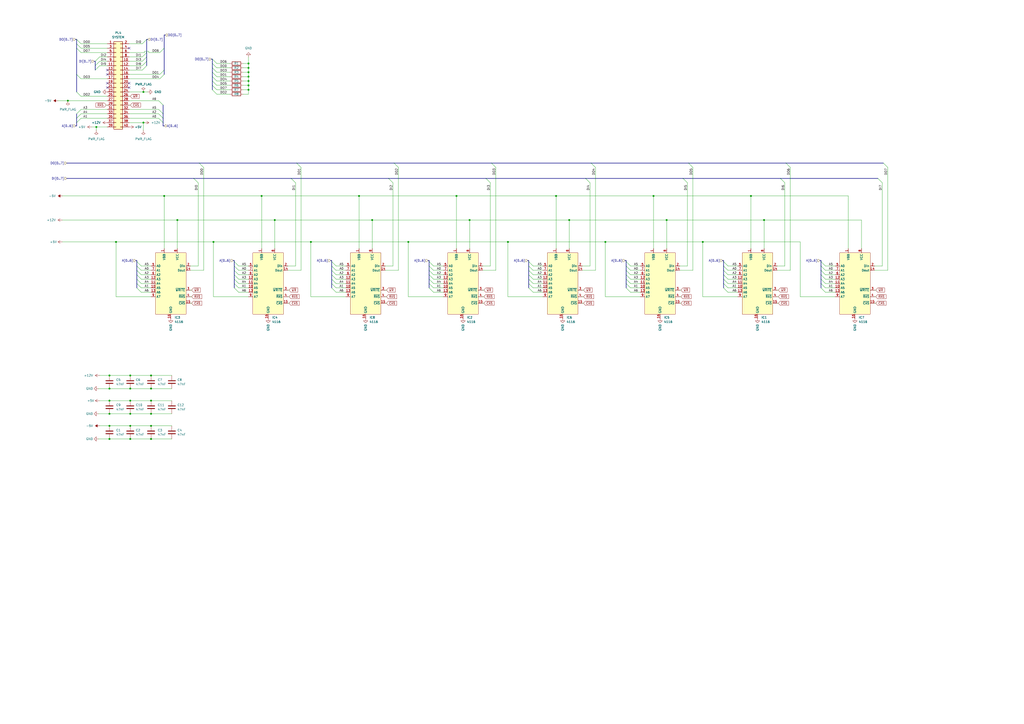
<source format=kicad_sch>
(kicad_sch (version 20230121) (generator eeschema)
  (paper "A2")
  (lib_symbols
    (symbol "Connector_Generic:Conn_02x20_Odd_Even" (pin_names (offset 1.016) hide)
      (property "Reference" "J" (at 1.27 25.4 0))
      (property "Value" "Conn_02x20_Odd_Even" (at 1.27 -27.94 0))
      (symbol "Conn_02x20_Odd_Even_1_1"
        (pin passive line (at -5.08 22.86 0) (length 3.81) (name "Pin_1") (number "1"))
        (pin passive line (at 7.62 12.7 180) (length 3.81) (name "Pin_10") (number "10"))
        (pin passive line (at -5.08 10.16 0) (length 3.81) (name "Pin_11") (number "11"))
        (pin passive line (at 7.62 10.16 180) (length 3.81) (name "Pin_12") (number "12"))
        (pin passive line (at -5.08 7.62 0) (length 3.81) (name "Pin_13") (number "13"))
        (pin passive line (at 7.62 7.62 180) (length 3.81) (name "Pin_14") (number "14"))
        (pin passive line (at -5.08 5.08 0) (length 3.81) (name "Pin_15") (number "15"))
        (pin passive line (at 7.62 5.08 180) (length 3.81) (name "Pin_16") (number "16"))
        (pin passive line (at -5.08 2.54 0) (length 3.81) (name "Pin_17") (number "17"))
        (pin passive line (at 7.62 2.54 180) (length 3.81) (name "Pin_18") (number "18"))
        (pin passive line (at -5.08 0 0) (length 3.81) (name "Pin_19") (number "19"))
        (pin passive line (at 7.62 22.86 180) (length 3.81) (name "Pin_2") (number "2"))
        (pin passive line (at 7.62 0 180) (length 3.81) (name "Pin_20") (number "20"))
        (pin passive line (at -5.08 -2.54 0) (length 3.81) (name "Pin_21") (number "21"))
        (pin passive line (at 7.62 -2.54 180) (length 3.81) (name "Pin_22") (number "22"))
        (pin passive line (at -5.08 -5.08 0) (length 3.81) (name "Pin_23") (number "23"))
        (pin passive line (at 7.62 -5.08 180) (length 3.81) (name "Pin_24") (number "24"))
        (pin passive line (at -5.08 -7.62 0) (length 3.81) (name "Pin_25") (number "25"))
        (pin passive line (at 7.62 -7.62 180) (length 3.81) (name "Pin_26") (number "26"))
        (pin passive line (at -5.08 -10.16 0) (length 3.81) (name "Pin_27") (number "27"))
        (pin passive line (at 7.62 -10.16 180) (length 3.81) (name "Pin_28") (number "28"))
        (pin passive line (at -5.08 -12.7 0) (length 3.81) (name "Pin_29") (number "29"))
        (pin passive line (at -5.08 20.32 0) (length 3.81) (name "Pin_3") (number "3"))
        (pin passive line (at 7.62 -12.7 180) (length 3.81) (name "Pin_30") (number "30"))
        (pin passive line (at -5.08 -15.24 0) (length 3.81) (name "Pin_31") (number "31"))
        (pin passive line (at 7.62 -15.24 180) (length 3.81) (name "Pin_32") (number "32"))
        (pin passive line (at -5.08 -17.78 0) (length 3.81) (name "Pin_33") (number "33"))
        (pin passive line (at 7.62 -17.78 180) (length 3.81) (name "Pin_34") (number "34"))
        (pin passive line (at -5.08 -20.32 0) (length 3.81) (name "Pin_35") (number "35"))
        (pin passive line (at 7.62 -20.32 180) (length 3.81) (name "Pin_36") (number "36"))
        (pin passive line (at -5.08 -22.86 0) (length 3.81) (name "Pin_37") (number "37"))
        (pin passive line (at 7.62 -22.86 180) (length 3.81) (name "Pin_38") (number "38"))
        (pin passive line (at -5.08 -25.4 0) (length 3.81) (name "Pin_39") (number "39"))
        (pin passive line (at 7.62 20.32 180) (length 3.81) (name "Pin_4") (number "4"))
        (pin passive line (at 7.62 -25.4 180) (length 3.81) (name "Pin_40") (number "40"))
        (pin passive line (at -5.08 17.78 0) (length 3.81) (name "Pin_5") (number "5"))
        (pin passive line (at 7.62 17.78 180) (length 3.81) (name "Pin_6") (number "6"))
        (pin passive line (at -5.08 15.24 0) (length 3.81) (name "Pin_7") (number "7"))
        (pin passive line (at 7.62 15.24 180) (length 3.81) (name "Pin_8") (number "8"))
        (pin passive line (at -5.08 12.7 0) (length 3.81) (name "Pin_9") (number "9"))
      )
    )
    (symbol "Device:C" (pin_numbers hide) (pin_names (offset 0.254))
      (property "Reference" "C" (at 0.635 2.54 0))
      (property "Value" "C" (at 0.635 -2.54 0))
      (symbol "C_1_1"
        (pin passive line (at 0 3.81 270) (length 2.794) (name "~") (number "1"))
        (pin passive line (at 0 -3.81 90) (length 2.794) (name "~") (number "2"))
      )
    )
    (symbol "Device:R" (pin_numbers hide) (pin_names (offset 0))
      (property "Reference" "R" (at 2.032 0 90))
      (property "Value" "R" (at 0 0 90))
      (symbol "R_1_1"
        (pin passive line (at 0 3.81 270) (length 1.27) (name "~") (number "1"))
        (pin passive line (at 0 -3.81 90) (length 1.27) (name "~") (number "2"))
      )
    )
    (symbol "LYNX:41xx"
      (property "Reference" "IC" (at 2.54 -19.05 0))
      (property "Value" "41xx" (at 0 0 0))
      (symbol "41xx_0_0"
        (pin power_in line (at -3.81 20.32 270) (length 2.54) (name "VBB") (number "1"))
        (pin input line (at -11.43 -2.54 0) (length 2.54) (name "A5") (number "10"))
        (pin input line (at -11.43 0 0) (length 2.54) (name "A4") (number "11"))
        (pin input line (at -11.43 2.54 0) (length 2.54) (name "A3") (number "12"))
        (pin input line (at -11.43 -5.08 0) (length 2.54) (name "A6") (number "13"))
        (pin passive line (at 11.43 7.62 180) (length 2.54) (name "Dout") (number "14"))
        (pin input line (at 11.43 -11.43 180) (length 2.54) (name "~{CAS}") (number "15"))
        (pin power_in line (at 0 -20.32 90) (length 2.54) (name "GND") (number "16"))
        (pin passive line (at 11.43 10.16 180) (length 2.54) (name "Din") (number "2"))
        (pin input line (at 11.43 -3.81 180) (length 2.54) (name "~{WRITE}") (number "3"))
        (pin input line (at 11.43 -7.62 180) (length 2.54) (name "~{RAS}") (number "4"))
        (pin input line (at -11.43 10.16 0) (length 2.54) (name "A0") (number "5"))
        (pin input line (at -11.43 5.08 0) (length 2.54) (name "A2") (number "6"))
        (pin input line (at -11.43 7.62 0) (length 2.54) (name "A1") (number "7"))
        (pin power_in line (at 3.81 20.32 270) (length 2.54) (name "VCC") (number "8"))
        (pin input line (at -11.43 -7.62 0) (length 2.54) (name "A7") (number "9"))
      )
    )
    (symbol "power:+12V" (power) (pin_names (offset 0))
      (property "Value" "+12V" (at 0 3.556 0))
      (symbol "+12V_1_1"
        (pin power_in line (at 0 0 90) (length 0) hide (name "+12V") (number "1"))
      )
    )
    (symbol "power:+5V" (power) (pin_names (offset 0))
      (property "Value" "+5V" (at 0 3.556 0))
      (symbol "+5V_1_1"
        (pin power_in line (at 0 0 90) (length 0) hide (name "+5V") (number "1"))
      )
    )
    (symbol "power:-5V" (power) (pin_names (offset 0))
      (property "Value" "-5V" (at 0 3.81 0))
      (symbol "-5V_0_0"
        (pin power_in line (at 0 0 90) (length 0) hide (name "-5V") (number "1"))
      )
    )
    (symbol "power:GND" (power) (pin_names (offset 0))
      (property "Value" "GND" (at 0 -3.81 0))
      (symbol "GND_1_1"
        (pin power_in line (at 0 0 270) (length 0) hide (name "GND") (number "1"))
      )
    )
    (symbol "power:PWR_FLAG" (power) (pin_numbers hide) (pin_names (offset 0) hide)
      (property "Value" "PWR_FLAG" (at 0 3.81 0))
      (symbol "PWR_FLAG_0_0"
        (pin power_out line (at 0 0 90) (length 0) (name "pwr") (number "1"))
      )
    )
  )
  (junction (at 123.825 140.335))
  (junction (at 144.145 49.53))
  (junction (at 63.5 240.03))
  (junction (at 144.145 41.91))
  (junction (at 407.67 140.335))
  (junction (at 39.37 58.42))
  (junction (at 87.63 240.03))
  (junction (at 87.63 232.41))
  (junction (at 180.34 140.335))
  (junction (at 322.58 113.665))
  (junction (at 386.715 127.635))
  (junction (at 63.5 254.635))
  (junction (at 95.25 113.665))
  (junction (at 236.855 140.335))
  (junction (at 144.145 36.83))
  (junction (at 443.23 127.635))
  (junction (at 144.145 39.37))
  (junction (at 379.095 113.665))
  (junction (at 87.63 217.805))
  (junction (at 208.28 113.665))
  (junction (at 67.31 140.335))
  (junction (at 83.185 71.12))
  (junction (at 264.795 113.665))
  (junction (at 63.5 217.805))
  (junction (at 294.64 140.335))
  (junction (at 83.185 53.34))
  (junction (at 75.565 240.03))
  (junction (at 87.63 247.015))
  (junction (at 144.145 52.07))
  (junction (at 55.88 73.66))
  (junction (at 144.145 44.45))
  (junction (at 272.415 127.635))
  (junction (at 63.5 232.41))
  (junction (at 75.565 247.015))
  (junction (at 75.565 254.635))
  (junction (at 63.5 225.425))
  (junction (at 102.87 127.635))
  (junction (at 75.565 217.805))
  (junction (at 151.765 113.665))
  (junction (at 330.2 127.635))
  (junction (at 351.155 140.335))
  (junction (at 435.61 113.665))
  (junction (at 63.5 247.015))
  (junction (at 75.565 225.425))
  (junction (at 87.63 225.425))
  (junction (at 215.9 127.635))
  (junction (at 75.565 232.41))
  (junction (at 159.385 127.635))
  (junction (at 87.63 254.635))
  (junction (at 144.145 46.99))
  (no_connect (at 62.23 43.18))
  (no_connect (at 74.93 50.8))
  (no_connect (at 62.23 50.8))
  (no_connect (at 62.23 40.64))
  (no_connect (at 74.93 48.26))
  (no_connect (at 62.23 48.26))
  (no_connect (at 74.93 27.94))
  (bus_entry (at 174.625 97.155) (size -2.54 -2.54))
  (bus_entry (at 478.79 164.465) (size -2.54 -2.54))
  (bus_entry (at 458.47 97.155) (size -2.54 -2.54))
  (bus_entry (at 251.46 156.845) (size -2.54 -2.54))
  (bus_entry (at 123.19 36.83) (size 2.54 2.54))
  (bus_entry (at 422.275 159.385) (size -2.54 -2.54))
  (bus_entry (at 365.76 169.545) (size -2.54 -2.54))
  (bus_entry (at 92.71 45.72) (size 2.54 -2.54))
  (bus_entry (at 92.71 43.18) (size 2.54 -2.54))
  (bus_entry (at 81.915 164.465) (size -2.54 -2.54))
  (bus_entry (at 44.45 25.4) (size 2.54 2.54))
  (bus_entry (at 478.79 156.845) (size -2.54 -2.54))
  (bus_entry (at 171.45 106.045) (size -2.54 -2.54))
  (bus_entry (at 365.76 164.465) (size -2.54 -2.54))
  (bus_entry (at 514.985 97.155) (size -2.54 -2.54))
  (bus_entry (at 81.915 159.385) (size -2.54 -2.54))
  (bus_entry (at 251.46 154.305) (size -2.54 -2.54))
  (bus_entry (at 194.945 159.385) (size -2.54 -2.54))
  (bus_entry (at 231.14 97.155) (size -2.54 -2.54))
  (bus_entry (at 81.915 156.845) (size -2.54 -2.54))
  (bus_entry (at 44.45 43.18) (size 2.54 2.54))
  (bus_entry (at 114.935 106.045) (size -2.54 -2.54))
  (bus_entry (at 309.245 161.925) (size -2.54 -2.54))
  (bus_entry (at 81.915 161.925) (size -2.54 -2.54))
  (bus_entry (at 46.99 66.04) (size -2.54 2.54))
  (bus_entry (at 194.945 161.925) (size -2.54 -2.54))
  (bus_entry (at 138.43 169.545) (size -2.54 -2.54))
  (bus_entry (at 123.19 49.53) (size 2.54 2.54))
  (bus_entry (at 398.78 106.045) (size -2.54 -2.54))
  (bus_entry (at 251.46 167.005) (size -2.54 -2.54))
  (bus_entry (at 138.43 159.385) (size -2.54 -2.54))
  (bus_entry (at 92.075 68.58) (size 2.54 2.54))
  (bus_entry (at 511.81 106.045) (size -2.54 -2.54))
  (bus_entry (at 478.79 169.545) (size -2.54 -2.54))
  (bus_entry (at 251.46 169.545) (size -2.54 -2.54))
  (bus_entry (at 123.19 44.45) (size 2.54 2.54))
  (bus_entry (at 478.79 159.385) (size -2.54 -2.54))
  (bus_entry (at 123.19 46.99) (size 2.54 2.54))
  (bus_entry (at 44.45 22.86) (size 2.54 2.54))
  (bus_entry (at 455.295 106.045) (size -2.54 -2.54))
  (bus_entry (at 284.48 106.045) (size -2.54 -2.54))
  (bus_entry (at 309.245 156.845) (size -2.54 -2.54))
  (bus_entry (at 138.43 154.305) (size -2.54 -2.54))
  (bus_entry (at 123.19 34.29) (size 2.54 2.54))
  (bus_entry (at 365.76 161.925) (size -2.54 -2.54))
  (bus_entry (at 365.76 156.845) (size -2.54 -2.54))
  (bus_entry (at 46.99 63.5) (size -2.54 2.54))
  (bus_entry (at 194.945 154.305) (size -2.54 -2.54))
  (bus_entry (at 287.655 97.155) (size -2.54 -2.54))
  (bus_entry (at 138.43 161.925) (size -2.54 -2.54))
  (bus_entry (at 194.945 156.845) (size -2.54 -2.54))
  (bus_entry (at 309.245 164.465) (size -2.54 -2.54))
  (bus_entry (at 138.43 156.845) (size -2.54 -2.54))
  (bus_entry (at 92.075 63.5) (size 2.54 2.54))
  (bus_entry (at 194.945 167.005) (size -2.54 -2.54))
  (bus_entry (at 251.46 161.925) (size -2.54 -2.54))
  (bus_entry (at 478.79 154.305) (size -2.54 -2.54))
  (bus_entry (at 46.99 68.58) (size -2.54 2.54))
  (bus_entry (at 92.71 30.48) (size 2.54 -2.54))
  (bus_entry (at 57.785 35.56) (size -2.54 2.54))
  (bus_entry (at 342.265 106.045) (size -2.54 -2.54))
  (bus_entry (at 123.19 52.07) (size 2.54 2.54))
  (bus_entry (at 82.55 25.4) (size 2.54 -2.54))
  (bus_entry (at 81.915 167.005) (size -2.54 -2.54))
  (bus_entry (at 365.76 159.385) (size -2.54 -2.54))
  (bus_entry (at 92.075 66.04) (size 2.54 2.54))
  (bus_entry (at 82.55 40.64) (size 2.54 -2.54))
  (bus_entry (at 123.19 39.37) (size 2.54 2.54))
  (bus_entry (at 422.275 156.845) (size -2.54 -2.54))
  (bus_entry (at 81.915 154.305) (size -2.54 -2.54))
  (bus_entry (at 309.245 167.005) (size -2.54 -2.54))
  (bus_entry (at 138.43 167.005) (size -2.54 -2.54))
  (bus_entry (at 478.79 161.925) (size -2.54 -2.54))
  (bus_entry (at 478.79 167.005) (size -2.54 -2.54))
  (bus_entry (at 251.46 164.465) (size -2.54 -2.54))
  (bus_entry (at 44.45 53.34) (size 2.54 2.54))
  (bus_entry (at 118.11 97.155) (size -2.54 -2.54))
  (bus_entry (at 123.19 41.91) (size 2.54 2.54))
  (bus_entry (at 345.44 97.155) (size -2.54 -2.54))
  (bus_entry (at 194.945 169.545) (size -2.54 -2.54))
  (bus_entry (at 422.275 161.925) (size -2.54 -2.54))
  (bus_entry (at 57.785 38.1) (size -2.54 2.54))
  (bus_entry (at 365.76 154.305) (size -2.54 -2.54))
  (bus_entry (at 81.915 169.545) (size -2.54 -2.54))
  (bus_entry (at 422.275 167.005) (size -2.54 -2.54))
  (bus_entry (at 309.245 159.385) (size -2.54 -2.54))
  (bus_entry (at 92.075 58.42) (size 2.54 2.54))
  (bus_entry (at 251.46 159.385) (size -2.54 -2.54))
  (bus_entry (at 82.55 35.56) (size 2.54 -2.54))
  (bus_entry (at 82.55 33.02) (size 2.54 -2.54))
  (bus_entry (at 57.785 33.02) (size -2.54 2.54))
  (bus_entry (at 422.275 164.465) (size -2.54 -2.54))
  (bus_entry (at 138.43 164.465) (size -2.54 -2.54))
  (bus_entry (at 309.245 154.305) (size -2.54 -2.54))
  (bus_entry (at 44.45 27.94) (size 2.54 2.54))
  (bus_entry (at 82.55 38.1) (size 2.54 -2.54))
  (bus_entry (at 194.945 164.465) (size -2.54 -2.54))
  (bus_entry (at 401.955 97.155) (size -2.54 -2.54))
  (bus_entry (at 365.76 167.005) (size -2.54 -2.54))
  (bus_entry (at 422.275 154.305) (size -2.54 -2.54))
  (bus_entry (at 309.245 169.545) (size -2.54 -2.54))
  (bus_entry (at 227.965 106.045) (size -2.54 -2.54))
  (bus_entry (at 422.275 169.545) (size -2.54 -2.54))
  (bus (pts (xy 192.405 159.385) (xy 192.405 161.925)))
  (wire (pts (xy 435.61 113.665) (xy 435.61 144.145)))
  (wire (pts (xy 484.505 161.925) (xy 478.79 161.925)))
  (bus (pts (xy 419.735 159.385) (xy 419.735 161.925)))
  (bus (pts (xy 306.705 156.845) (xy 306.705 159.385)))
  (wire (pts (xy 36.195 140.335) (xy 67.31 140.335)))
  (wire (pts (xy 123.825 140.335) (xy 180.34 140.335)))
  (wire (pts (xy 171.45 106.045) (xy 171.45 154.305)))
  (wire (pts (xy 272.415 127.635) (xy 330.2 127.635)))
  (wire (pts (xy 224.155 175.895) (xy 223.52 175.895)))
  (wire (pts (xy 74.93 30.48) (xy 83.82 30.48)))
  (bus (pts (xy 135.89 164.465) (xy 135.89 167.005)))
  (wire (pts (xy 87.63 225.425) (xy 99.695 225.425)))
  (bus (pts (xy 476.25 156.845) (xy 476.25 159.385)))
  (wire (pts (xy 46.99 68.58) (xy 62.23 68.58)))
  (wire (pts (xy 144.145 167.005) (xy 138.43 167.005)))
  (wire (pts (xy 371.475 156.845) (xy 365.76 156.845)))
  (wire (pts (xy 435.61 113.665) (xy 492.125 113.665)))
  (wire (pts (xy 86.36 30.48) (xy 86.36 29.845)))
  (bus (pts (xy 248.92 164.465) (xy 248.92 167.005)))
  (wire (pts (xy 284.48 106.045) (xy 284.48 154.305)))
  (bus (pts (xy 85.725 22.86) (xy 85.09 22.86)))
  (wire (pts (xy 74.93 40.64) (xy 82.55 40.64)))
  (bus (pts (xy 455.93 94.615) (xy 512.445 94.615)))
  (wire (pts (xy 294.64 140.335) (xy 294.64 172.085)))
  (wire (pts (xy 57.785 38.1) (xy 62.23 38.1)))
  (wire (pts (xy 337.82 156.845) (xy 345.44 156.845)))
  (wire (pts (xy 264.795 113.665) (xy 264.795 144.145)))
  (wire (pts (xy 200.66 159.385) (xy 194.945 159.385)))
  (bus (pts (xy 228.6 94.615) (xy 285.115 94.615)))
  (wire (pts (xy 74.93 66.04) (xy 92.075 66.04)))
  (wire (pts (xy 144.145 156.845) (xy 138.43 156.845)))
  (wire (pts (xy 63.5 217.805) (xy 75.565 217.805)))
  (wire (pts (xy 200.66 164.465) (xy 194.945 164.465)))
  (wire (pts (xy 514.985 97.155) (xy 514.985 156.845)))
  (wire (pts (xy 75.565 232.41) (xy 87.63 232.41)))
  (wire (pts (xy 287.655 97.155) (xy 287.655 156.845)))
  (bus (pts (xy 43.815 22.86) (xy 44.45 22.86)))
  (wire (pts (xy 427.99 159.385) (xy 422.275 159.385)))
  (wire (pts (xy 257.175 164.465) (xy 251.46 164.465)))
  (bus (pts (xy 79.375 154.305) (xy 79.375 156.845)))
  (wire (pts (xy 427.99 164.465) (xy 422.275 164.465)))
  (wire (pts (xy 314.96 169.545) (xy 309.245 169.545)))
  (wire (pts (xy 215.9 127.635) (xy 272.415 127.635)))
  (wire (pts (xy 102.87 127.635) (xy 102.87 144.145)))
  (wire (pts (xy 87.63 172.085) (xy 67.31 172.085)))
  (wire (pts (xy 151.765 113.665) (xy 151.765 144.145)))
  (wire (pts (xy 338.455 172.085) (xy 337.82 172.085)))
  (bus (pts (xy 85.09 30.48) (xy 85.09 33.02)))
  (wire (pts (xy 280.67 172.085) (xy 280.035 172.085)))
  (wire (pts (xy 200.66 169.545) (xy 194.945 169.545)))
  (bus (pts (xy 362.585 151.13) (xy 363.22 151.13)))
  (wire (pts (xy 451.485 172.085) (xy 450.85 172.085)))
  (wire (pts (xy 394.335 156.845) (xy 401.955 156.845)))
  (bus (pts (xy 476.25 154.305) (xy 476.25 156.845)))
  (wire (pts (xy 379.095 113.665) (xy 379.095 144.145)))
  (wire (pts (xy 74.93 58.42) (xy 92.075 58.42)))
  (wire (pts (xy 386.715 127.635) (xy 386.715 144.145)))
  (wire (pts (xy 83.185 53.34) (xy 74.93 53.34)))
  (wire (pts (xy 484.505 167.005) (xy 478.79 167.005)))
  (bus (pts (xy 419.735 154.305) (xy 419.735 156.845)))
  (wire (pts (xy 314.96 167.005) (xy 309.245 167.005)))
  (wire (pts (xy 200.66 161.925) (xy 194.945 161.925)))
  (bus (pts (xy 123.19 46.99) (xy 123.19 49.53)))
  (wire (pts (xy 92.71 30.48) (xy 86.36 30.48)))
  (wire (pts (xy 111.125 175.895) (xy 110.49 175.895)))
  (bus (pts (xy 192.405 164.465) (xy 192.405 167.005)))
  (wire (pts (xy 125.73 39.37) (xy 133.35 39.37)))
  (bus (pts (xy 476.25 159.385) (xy 476.25 161.925)))
  (bus (pts (xy 79.375 159.385) (xy 79.375 161.925)))
  (bus (pts (xy 79.375 161.925) (xy 79.375 164.465)))
  (wire (pts (xy 87.63 156.845) (xy 81.915 156.845)))
  (bus (pts (xy 44.45 22.86) (xy 44.45 25.4)))
  (bus (pts (xy 94.615 60.96) (xy 94.615 66.04)))
  (wire (pts (xy 511.81 106.045) (xy 511.81 154.305)))
  (wire (pts (xy 83.185 71.12) (xy 74.93 71.12)))
  (bus (pts (xy 248.92 161.925) (xy 248.92 164.465)))
  (wire (pts (xy 371.475 159.385) (xy 365.76 159.385)))
  (wire (pts (xy 87.63 247.015) (xy 99.695 247.015)))
  (wire (pts (xy 125.73 52.07) (xy 133.35 52.07)))
  (wire (pts (xy 345.44 97.155) (xy 345.44 156.845)))
  (wire (pts (xy 114.935 106.045) (xy 114.935 154.305)))
  (wire (pts (xy 86.36 29.845) (xy 83.82 29.845)))
  (wire (pts (xy 484.505 164.465) (xy 478.79 164.465)))
  (wire (pts (xy 257.175 156.845) (xy 251.46 156.845)))
  (wire (pts (xy 314.96 159.385) (xy 309.245 159.385)))
  (bus (pts (xy 285.115 94.615) (xy 342.9 94.615)))
  (wire (pts (xy 507.365 156.845) (xy 514.985 156.845)))
  (wire (pts (xy 140.97 44.45) (xy 144.145 44.45)))
  (wire (pts (xy 427.99 154.305) (xy 422.275 154.305)))
  (bus (pts (xy 94.615 71.12) (xy 94.615 68.58)))
  (wire (pts (xy 427.99 156.845) (xy 422.275 156.845)))
  (wire (pts (xy 314.96 154.305) (xy 309.245 154.305)))
  (wire (pts (xy 57.785 232.41) (xy 63.5 232.41)))
  (wire (pts (xy 85.725 53.34) (xy 83.185 53.34)))
  (bus (pts (xy 419.735 151.765) (xy 419.735 154.305)))
  (wire (pts (xy 280.67 175.895) (xy 280.035 175.895)))
  (wire (pts (xy 394.97 172.085) (xy 394.335 172.085)))
  (bus (pts (xy 363.22 156.845) (xy 363.22 159.385)))
  (wire (pts (xy 95.25 113.665) (xy 95.25 144.145)))
  (wire (pts (xy 257.175 161.925) (xy 251.46 161.925)))
  (wire (pts (xy 87.63 217.805) (xy 99.695 217.805)))
  (wire (pts (xy 57.15 225.425) (xy 63.5 225.425)))
  (bus (pts (xy 452.755 103.505) (xy 509.27 103.505)))
  (wire (pts (xy 75.565 247.015) (xy 87.63 247.015)))
  (bus (pts (xy 115.57 94.615) (xy 172.085 94.615)))
  (wire (pts (xy 371.475 161.925) (xy 365.76 161.925)))
  (wire (pts (xy 74.93 25.4) (xy 82.55 25.4)))
  (wire (pts (xy 144.145 49.53) (xy 144.145 52.07)))
  (wire (pts (xy 208.28 113.665) (xy 208.28 144.145)))
  (wire (pts (xy 257.175 172.085) (xy 236.855 172.085)))
  (wire (pts (xy 140.97 39.37) (xy 144.145 39.37)))
  (wire (pts (xy 223.52 154.305) (xy 227.965 154.305)))
  (bus (pts (xy 135.89 156.845) (xy 135.89 159.385)))
  (bus (pts (xy 123.19 41.91) (xy 123.19 44.45)))
  (wire (pts (xy 87.63 232.41) (xy 99.695 232.41)))
  (wire (pts (xy 174.625 97.155) (xy 174.625 156.845)))
  (wire (pts (xy 87.63 167.005) (xy 81.915 167.005)))
  (wire (pts (xy 140.97 46.99) (xy 144.145 46.99)))
  (wire (pts (xy 427.99 172.085) (xy 407.67 172.085)))
  (bus (pts (xy 476.25 161.925) (xy 476.25 164.465)))
  (bus (pts (xy 248.92 154.305) (xy 248.92 156.845)))
  (wire (pts (xy 264.795 113.665) (xy 322.58 113.665)))
  (wire (pts (xy 280.035 154.305) (xy 284.48 154.305)))
  (wire (pts (xy 46.99 27.94) (xy 62.23 27.94)))
  (wire (pts (xy 180.34 140.335) (xy 236.855 140.335)))
  (bus (pts (xy 339.725 103.505) (xy 396.24 103.505)))
  (bus (pts (xy 55.245 40.64) (xy 55.245 38.1)))
  (wire (pts (xy 407.67 140.335) (xy 407.67 172.085)))
  (wire (pts (xy 450.85 156.845) (xy 458.47 156.845)))
  (bus (pts (xy 122.555 34.29) (xy 123.19 34.29)))
  (wire (pts (xy 427.99 161.925) (xy 422.275 161.925)))
  (wire (pts (xy 224.155 168.275) (xy 223.52 168.275)))
  (bus (pts (xy 192.405 161.925) (xy 192.405 164.465)))
  (bus (pts (xy 476.25 164.465) (xy 476.25 167.005)))
  (wire (pts (xy 36.195 127.635) (xy 102.87 127.635)))
  (bus (pts (xy 306.07 151.13) (xy 306.705 151.13)))
  (wire (pts (xy 123.825 140.335) (xy 123.825 172.085)))
  (bus (pts (xy 248.92 156.845) (xy 248.92 159.385)))
  (wire (pts (xy 272.415 127.635) (xy 272.415 144.145)))
  (wire (pts (xy 257.175 154.305) (xy 251.46 154.305)))
  (bus (pts (xy 192.405 154.305) (xy 192.405 156.845)))
  (wire (pts (xy 401.955 97.155) (xy 401.955 156.845)))
  (bus (pts (xy 419.1 151.13) (xy 419.735 151.13)))
  (wire (pts (xy 200.66 154.305) (xy 194.945 154.305)))
  (wire (pts (xy 398.78 106.045) (xy 398.78 154.305)))
  (bus (pts (xy 112.395 103.505) (xy 168.91 103.505)))
  (wire (pts (xy 257.175 159.385) (xy 251.46 159.385)))
  (wire (pts (xy 140.97 54.61) (xy 144.145 54.61)))
  (bus (pts (xy 363.22 151.765) (xy 363.22 154.305)))
  (bus (pts (xy 123.19 36.83) (xy 123.19 39.37)))
  (wire (pts (xy 394.97 175.895) (xy 394.335 175.895)))
  (wire (pts (xy 484.505 154.305) (xy 478.79 154.305)))
  (wire (pts (xy 144.145 36.83) (xy 144.145 39.37)))
  (wire (pts (xy 83.82 71.12) (xy 83.185 71.12)))
  (wire (pts (xy 144.145 33.02) (xy 144.145 36.83)))
  (bus (pts (xy 123.19 44.45) (xy 123.19 46.99)))
  (wire (pts (xy 280.67 168.275) (xy 280.035 168.275)))
  (bus (pts (xy 225.425 103.505) (xy 281.94 103.505)))
  (wire (pts (xy 200.66 156.845) (xy 194.945 156.845)))
  (wire (pts (xy 46.99 45.72) (xy 62.23 45.72)))
  (wire (pts (xy 63.5 247.015) (xy 75.565 247.015)))
  (wire (pts (xy 280.035 156.845) (xy 287.655 156.845)))
  (wire (pts (xy 74.93 43.18) (xy 92.71 43.18)))
  (wire (pts (xy 46.99 55.88) (xy 62.23 55.88)))
  (wire (pts (xy 55.88 75.565) (xy 55.88 73.66)))
  (bus (pts (xy 95.25 20.32) (xy 95.25 27.94)))
  (wire (pts (xy 140.97 52.07) (xy 144.145 52.07)))
  (wire (pts (xy 314.96 161.925) (xy 309.245 161.925)))
  (bus (pts (xy 172.085 94.615) (xy 228.6 94.615)))
  (wire (pts (xy 111.125 172.085) (xy 110.49 172.085)))
  (bus (pts (xy 306.705 164.465) (xy 306.705 167.005)))
  (wire (pts (xy 427.99 167.005) (xy 422.275 167.005)))
  (bus (pts (xy 38.735 94.615) (xy 115.57 94.615)))
  (wire (pts (xy 455.295 106.045) (xy 455.295 154.305)))
  (wire (pts (xy 167.005 154.305) (xy 171.45 154.305)))
  (bus (pts (xy 248.285 151.13) (xy 248.92 151.13)))
  (wire (pts (xy 507.365 154.305) (xy 511.81 154.305)))
  (wire (pts (xy 87.63 169.545) (xy 81.915 169.545)))
  (wire (pts (xy 63.5 217.805) (xy 57.785 217.805)))
  (wire (pts (xy 200.66 172.085) (xy 180.34 172.085)))
  (wire (pts (xy 75.565 217.805) (xy 87.63 217.805)))
  (wire (pts (xy 371.475 154.305) (xy 365.76 154.305)))
  (wire (pts (xy 75.565 225.425) (xy 87.63 225.425)))
  (bus (pts (xy 191.77 151.13) (xy 192.405 151.13)))
  (wire (pts (xy 125.73 46.99) (xy 133.35 46.99)))
  (wire (pts (xy 386.715 127.635) (xy 443.23 127.635)))
  (bus (pts (xy 476.25 151.13) (xy 476.25 151.765)))
  (wire (pts (xy 443.23 127.635) (xy 443.23 144.145)))
  (bus (pts (xy 248.92 151.765) (xy 248.92 154.305)))
  (wire (pts (xy 294.64 140.335) (xy 351.155 140.335)))
  (wire (pts (xy 46.99 63.5) (xy 62.23 63.5)))
  (wire (pts (xy 63.5 247.015) (xy 57.785 247.015)))
  (bus (pts (xy 419.735 156.845) (xy 419.735 159.385)))
  (wire (pts (xy 443.23 127.635) (xy 499.745 127.635)))
  (bus (pts (xy 135.89 151.13) (xy 135.89 151.765)))
  (wire (pts (xy 231.14 97.155) (xy 231.14 156.845)))
  (bus (pts (xy 342.9 94.615) (xy 399.415 94.615)))
  (wire (pts (xy 167.64 172.085) (xy 167.005 172.085)))
  (bus (pts (xy 44.45 43.18) (xy 44.45 53.34)))
  (bus (pts (xy 192.405 156.845) (xy 192.405 159.385)))
  (wire (pts (xy 508 172.085) (xy 507.365 172.085)))
  (bus (pts (xy 85.09 33.02) (xy 85.09 35.56)))
  (wire (pts (xy 484.505 172.085) (xy 464.185 172.085)))
  (wire (pts (xy 125.73 49.53) (xy 133.35 49.53)))
  (bus (pts (xy 476.25 151.765) (xy 476.25 154.305)))
  (wire (pts (xy 458.47 97.155) (xy 458.47 156.845)))
  (wire (pts (xy 144.145 41.91) (xy 144.145 44.45)))
  (wire (pts (xy 394.335 154.305) (xy 398.78 154.305)))
  (bus (pts (xy 135.89 151.765) (xy 135.89 154.305)))
  (bus (pts (xy 192.405 151.765) (xy 192.405 154.305)))
  (bus (pts (xy 248.92 151.13) (xy 248.92 151.765)))
  (wire (pts (xy 257.175 167.005) (xy 251.46 167.005)))
  (wire (pts (xy 46.99 30.48) (xy 62.23 30.48)))
  (wire (pts (xy 451.485 168.275) (xy 450.85 168.275)))
  (bus (pts (xy 363.22 164.465) (xy 363.22 167.005)))
  (bus (pts (xy 79.375 151.13) (xy 79.375 151.765)))
  (wire (pts (xy 338.455 175.895) (xy 337.82 175.895)))
  (wire (pts (xy 371.475 164.465) (xy 365.76 164.465)))
  (wire (pts (xy 57.785 35.56) (xy 62.23 35.56)))
  (wire (pts (xy 111.125 168.275) (xy 110.49 168.275)))
  (wire (pts (xy 87.63 254.635) (xy 99.695 254.635)))
  (bus (pts (xy 419.735 164.465) (xy 419.735 167.005)))
  (wire (pts (xy 484.505 156.845) (xy 478.79 156.845)))
  (bus (pts (xy 135.89 161.925) (xy 135.89 164.465)))
  (bus (pts (xy 44.45 73.025) (xy 44.45 71.12)))
  (wire (pts (xy 57.15 254.635) (xy 63.5 254.635)))
  (bus (pts (xy 419.735 151.13) (xy 419.735 151.765)))
  (wire (pts (xy 371.475 167.005) (xy 365.76 167.005)))
  (wire (pts (xy 63.5 225.425) (xy 75.565 225.425)))
  (wire (pts (xy 167.64 175.895) (xy 167.005 175.895)))
  (wire (pts (xy 46.99 66.04) (xy 62.23 66.04)))
  (bus (pts (xy 79.375 164.465) (xy 79.375 167.005)))
  (wire (pts (xy 144.145 46.99) (xy 144.145 49.53)))
  (bus (pts (xy 44.45 27.94) (xy 44.45 43.18)))
  (bus (pts (xy 168.91 103.505) (xy 225.425 103.505)))
  (wire (pts (xy 351.155 140.335) (xy 407.67 140.335)))
  (wire (pts (xy 75.565 60.96) (xy 74.93 60.96)))
  (wire (pts (xy 125.73 36.83) (xy 133.35 36.83)))
  (bus (pts (xy 123.19 49.53) (xy 123.19 52.07)))
  (bus (pts (xy 44.45 71.12) (xy 44.45 68.58)))
  (wire (pts (xy 508 168.275) (xy 507.365 168.275)))
  (bus (pts (xy 306.705 154.305) (xy 306.705 156.845)))
  (bus (pts (xy 135.89 154.305) (xy 135.89 156.845)))
  (wire (pts (xy 180.34 140.335) (xy 180.34 172.085)))
  (wire (pts (xy 140.97 36.83) (xy 144.145 36.83)))
  (wire (pts (xy 492.125 113.665) (xy 492.125 144.145)))
  (bus (pts (xy 135.89 159.385) (xy 135.89 161.925)))
  (wire (pts (xy 87.63 161.925) (xy 81.915 161.925)))
  (wire (pts (xy 46.99 25.4) (xy 62.23 25.4)))
  (wire (pts (xy 75.565 240.03) (xy 87.63 240.03)))
  (wire (pts (xy 57.15 240.03) (xy 63.5 240.03)))
  (wire (pts (xy 39.37 58.42) (xy 62.23 58.42)))
  (wire (pts (xy 102.87 127.635) (xy 159.385 127.635)))
  (bus (pts (xy 94.615 73.025) (xy 94.615 71.12)))
  (wire (pts (xy 144.145 159.385) (xy 138.43 159.385)))
  (bus (pts (xy 78.74 151.13) (xy 79.375 151.13)))
  (bus (pts (xy 95.25 73.025) (xy 94.615 73.025)))
  (bus (pts (xy 44.45 68.58) (xy 44.45 66.04)))
  (wire (pts (xy 144.145 39.37) (xy 144.145 41.91)))
  (bus (pts (xy 396.24 103.505) (xy 452.755 103.505)))
  (wire (pts (xy 53.34 73.66) (xy 55.88 73.66)))
  (bus (pts (xy 44.45 25.4) (xy 44.45 27.94)))
  (wire (pts (xy 464.185 140.335) (xy 464.185 172.085)))
  (wire (pts (xy 33.655 58.42) (xy 39.37 58.42)))
  (wire (pts (xy 95.25 113.665) (xy 151.765 113.665)))
  (wire (pts (xy 87.63 240.03) (xy 99.695 240.03)))
  (bus (pts (xy 95.885 20.32) (xy 95.25 20.32)))
  (bus (pts (xy 192.405 151.13) (xy 192.405 151.765)))
  (bus (pts (xy 123.19 39.37) (xy 123.19 41.91)))
  (wire (pts (xy 87.63 159.385) (xy 81.915 159.385)))
  (bus (pts (xy 306.705 151.765) (xy 306.705 154.305)))
  (wire (pts (xy 371.475 172.085) (xy 351.155 172.085)))
  (wire (pts (xy 110.49 154.305) (xy 114.935 154.305)))
  (wire (pts (xy 338.455 168.275) (xy 337.82 168.275)))
  (wire (pts (xy 144.145 52.07) (xy 144.145 54.61)))
  (bus (pts (xy 306.705 159.385) (xy 306.705 161.925)))
  (bus (pts (xy 399.415 94.615) (xy 455.93 94.615)))
  (bus (pts (xy 79.375 151.765) (xy 79.375 154.305)))
  (wire (pts (xy 330.2 127.635) (xy 386.715 127.635)))
  (wire (pts (xy 451.485 175.895) (xy 450.85 175.895)))
  (wire (pts (xy 151.765 113.665) (xy 208.28 113.665)))
  (wire (pts (xy 499.745 127.635) (xy 499.745 144.145)))
  (wire (pts (xy 314.96 172.085) (xy 294.64 172.085)))
  (wire (pts (xy 63.5 254.635) (xy 75.565 254.635)))
  (wire (pts (xy 215.9 127.635) (xy 215.9 144.145)))
  (wire (pts (xy 167.64 168.275) (xy 167.005 168.275)))
  (wire (pts (xy 342.265 106.045) (xy 342.265 154.305)))
  (wire (pts (xy 159.385 127.635) (xy 159.385 144.145)))
  (bus (pts (xy 55.245 38.1) (xy 55.245 35.56)))
  (bus (pts (xy 281.94 103.505) (xy 339.725 103.505)))
  (bus (pts (xy 85.09 35.56) (xy 85.09 38.1)))
  (wire (pts (xy 167.005 156.845) (xy 174.625 156.845)))
  (wire (pts (xy 140.97 41.91) (xy 144.145 41.91)))
  (wire (pts (xy 57.785 33.02) (xy 62.23 33.02)))
  (wire (pts (xy 379.095 113.665) (xy 435.61 113.665)))
  (wire (pts (xy 371.475 169.545) (xy 365.76 169.545)))
  (wire (pts (xy 67.31 140.335) (xy 123.825 140.335)))
  (bus (pts (xy 95.25 27.94) (xy 95.25 40.64)))
  (wire (pts (xy 125.73 54.61) (xy 133.35 54.61)))
  (wire (pts (xy 140.97 49.53) (xy 144.145 49.53)))
  (wire (pts (xy 337.82 154.305) (xy 342.265 154.305)))
  (bus (pts (xy 43.815 73.025) (xy 44.45 73.025)))
  (wire (pts (xy 200.66 167.005) (xy 194.945 167.005)))
  (wire (pts (xy 74.93 38.1) (xy 82.55 38.1)))
  (wire (pts (xy 144.145 44.45) (xy 144.145 46.99)))
  (wire (pts (xy 74.93 45.72) (xy 92.71 45.72)))
  (wire (pts (xy 144.145 172.085) (xy 123.825 172.085)))
  (bus (pts (xy 85.09 22.86) (xy 85.09 30.48)))
  (wire (pts (xy 450.85 154.305) (xy 455.295 154.305)))
  (bus (pts (xy 94.615 68.58) (xy 94.615 66.04)))
  (wire (pts (xy 61.595 60.96) (xy 62.23 60.96)))
  (bus (pts (xy 38.735 103.505) (xy 112.395 103.505)))
  (wire (pts (xy 257.175 169.545) (xy 251.46 169.545)))
  (wire (pts (xy 83.82 29.845) (xy 83.82 30.48)))
  (wire (pts (xy 314.96 156.845) (xy 309.245 156.845)))
  (wire (pts (xy 63.5 232.41) (xy 75.565 232.41)))
  (wire (pts (xy 227.965 106.045) (xy 227.965 154.305)))
  (bus (pts (xy 363.22 151.13) (xy 363.22 151.765)))
  (wire (pts (xy 427.99 169.545) (xy 422.275 169.545)))
  (wire (pts (xy 74.93 35.56) (xy 82.55 35.56)))
  (wire (pts (xy 322.58 113.665) (xy 379.095 113.665)))
  (wire (pts (xy 351.155 140.335) (xy 351.155 172.085)))
  (wire (pts (xy 208.28 113.665) (xy 264.795 113.665)))
  (bus (pts (xy 54.61 35.56) (xy 55.245 35.56)))
  (bus (pts (xy 79.375 156.845) (xy 79.375 159.385)))
  (wire (pts (xy 144.145 161.925) (xy 138.43 161.925)))
  (wire (pts (xy 314.96 164.465) (xy 309.245 164.465)))
  (bus (pts (xy 363.22 159.385) (xy 363.22 161.925)))
  (bus (pts (xy 95.25 40.64) (xy 95.25 43.18)))
  (wire (pts (xy 36.195 113.665) (xy 95.25 113.665)))
  (wire (pts (xy 223.52 156.845) (xy 231.14 156.845)))
  (wire (pts (xy 484.505 159.385) (xy 478.79 159.385)))
  (wire (pts (xy 87.63 154.305) (xy 81.915 154.305)))
  (wire (pts (xy 484.505 169.545) (xy 478.79 169.545)))
  (wire (pts (xy 74.93 68.58) (xy 92.075 68.58)))
  (bus (pts (xy 248.92 159.385) (xy 248.92 161.925)))
  (wire (pts (xy 83.185 75.565) (xy 83.185 71.12)))
  (wire (pts (xy 508 175.895) (xy 507.365 175.895)))
  (bus (pts (xy 306.705 151.13) (xy 306.705 151.765)))
  (wire (pts (xy 74.93 63.5) (xy 92.075 63.5)))
  (wire (pts (xy 224.155 172.085) (xy 223.52 172.085)))
  (wire (pts (xy 67.31 140.335) (xy 67.31 172.085)))
  (bus (pts (xy 363.22 161.925) (xy 363.22 164.465)))
  (wire (pts (xy 55.88 73.66) (xy 62.23 73.66)))
  (wire (pts (xy 322.58 113.665) (xy 322.58 144.145)))
  (wire (pts (xy 74.93 33.02) (xy 82.55 33.02)))
  (wire (pts (xy 125.73 44.45) (xy 133.35 44.45)))
  (bus (pts (xy 363.22 154.305) (xy 363.22 156.845)))
  (wire (pts (xy 110.49 156.845) (xy 118.11 156.845)))
  (wire (pts (xy 75.565 254.635) (xy 87.63 254.635)))
  (wire (pts (xy 330.2 127.635) (xy 330.2 144.145)))
  (bus (pts (xy 306.705 161.925) (xy 306.705 164.465)))
  (bus (pts (xy 123.19 34.29) (xy 123.19 36.83)))
  (wire (pts (xy 407.67 140.335) (xy 464.185 140.335)))
  (wire (pts (xy 236.855 140.335) (xy 294.64 140.335)))
  (wire (pts (xy 125.73 41.91) (xy 133.35 41.91)))
  (wire (pts (xy 87.63 164.465) (xy 81.915 164.465)))
  (wire (pts (xy 236.855 140.335) (xy 236.855 172.085)))
  (wire (pts (xy 394.97 168.275) (xy 394.335 168.275)))
  (bus (pts (xy 135.255 151.13) (xy 135.89 151.13)))
  (wire (pts (xy 144.145 169.545) (xy 138.43 169.545)))
  (wire (pts (xy 118.11 97.155) (xy 118.11 156.845)))
  (wire (pts (xy 75.565 55.88) (xy 74.93 55.88)))
  (wire (pts (xy 144.145 164.465) (xy 138.43 164.465)))
  (bus (pts (xy 419.735 161.925) (xy 419.735 164.465)))
  (wire (pts (xy 63.5 240.03) (xy 75.565 240.03)))
  (bus (pts (xy 475.615 151.13) (xy 476.25 151.13)))
  (wire (pts (xy 159.385 127.635) (xy 215.9 127.635)))
  (wire (pts (xy 144.145 154.305) (xy 138.43 154.305)))
  (label "A0" (at 196.85 156.845 0))
  (label "A0" (at 140.335 156.845 0))
  (label "A3" (at 83.82 161.925 0))
  (label "DO3" (at 287.655 101.6 90))
  (label "DO7" (at 48.26 30.48 0))
  (label "A6" (at 140.335 169.545 0))
  (label "A3" (at 140.335 161.925 0))
  (label "DO1" (at 88.265 43.18 0))
  (label "A2" (at 480.695 159.385 0))
  (label "DO4" (at 345.44 101.6 90))
  (label "A1" (at 480.695 167.005 0))
  (label "A5" (at 311.785 154.305 0))
  (label "DO4" (at 88.265 45.72 0))
  (label "A0" (at 311.785 156.845 0))
  (label "A3" (at 253.365 161.925 0))
  (label "DI0" (at 114.935 110.49 90))
  (label "A4" (at 367.665 164.465 0))
  (label "DI7" (at 78.74 40.64 0))
  (label "A6" (at 424.815 169.545 0))
  (label "DI6" (at 78.74 38.1 0))
  (label "DO7" (at 127.635 52.07 0))
  (label "A0" (at 367.665 156.845 0))
  (label "A6" (at 83.82 169.545 0))
  (label "DO1" (at 174.625 101.6 90))
  (label "DO3" (at 48.26 45.72 0))
  (label "A4" (at 83.82 164.465 0))
  (label "DI5" (at 398.78 110.49 90))
  (label "A6" (at 480.695 169.545 0))
  (label "A3" (at 311.785 161.925 0))
  (label "A2" (at 83.82 159.385 0))
  (label "DI6" (at 455.295 110.49 90))
  (label "A5" (at 140.335 154.305 0))
  (label "DI4" (at 342.265 110.49 90))
  (label "A6" (at 367.665 169.545 0))
  (label "A4" (at 196.85 164.465 0))
  (label "A2" (at 140.335 159.385 0))
  (label "A2" (at 196.85 159.385 0))
  (label "DO6" (at 458.47 101.6 90))
  (label "A6" (at 253.365 169.545 0))
  (label "A2" (at 253.365 159.385 0))
  (label "DO2" (at 48.26 55.88 0))
  (label "A5" (at 367.665 154.305 0))
  (label "DO7" (at 514.985 101.6 90))
  (label "A6" (at 88.265 58.42 0))
  (label "A2" (at 88.265 66.04 0))
  (label "DI3" (at 78.74 35.56 0))
  (label "A1" (at 83.82 167.005 0))
  (label "A3" (at 480.695 161.925 0))
  (label "A2" (at 424.815 159.385 0))
  (label "A6" (at 196.85 169.545 0))
  (label "DO2" (at 127.635 54.61 0))
  (label "A1" (at 140.335 167.005 0))
  (label "DI5" (at 58.42 38.1 0))
  (label "A0" (at 253.365 156.845 0))
  (label "A0" (at 83.82 156.845 0))
  (label "DO4" (at 127.635 46.99 0))
  (label "A1" (at 311.785 167.005 0))
  (label "A4" (at 140.335 164.465 0))
  (label "A0" (at 424.815 156.845 0))
  (label "DI2" (at 58.42 33.02 0))
  (label "A4" (at 48.26 66.04 0))
  (label "A4" (at 311.785 164.465 0))
  (label "DO6" (at 88.265 30.48 0))
  (label "A1" (at 253.365 167.005 0))
  (label "DI4" (at 58.42 35.56 0))
  (label "DO5" (at 127.635 49.53 0))
  (label "A1" (at 48.26 68.58 0))
  (label "DI3" (at 284.48 110.49 90))
  (label "DO1" (at 127.635 44.45 0))
  (label "A3" (at 424.815 161.925 0))
  (label "A5" (at 196.85 154.305 0))
  (label "A5" (at 480.695 154.305 0))
  (label "A5" (at 88.265 63.5 0))
  (label "A2" (at 367.665 159.385 0))
  (label "DI2" (at 227.965 110.49 90))
  (label "A3" (at 48.26 63.5 0))
  (label "DI1" (at 78.74 33.02 0))
  (label "A0" (at 88.265 68.58 0))
  (label "DI7" (at 511.81 110.49 90))
  (label "A0" (at 480.695 156.845 0))
  (label "A3" (at 196.85 161.925 0))
  (label "DO2" (at 231.14 101.6 90))
  (label "A5" (at 253.365 154.305 0))
  (label "A1" (at 196.85 167.005 0))
  (label "A6" (at 311.785 169.545 0))
  (label "DI0" (at 78.74 25.4 0))
  (label "DI1" (at 171.45 110.49 90))
  (label "DO0" (at 48.26 25.4 0))
  (label "DO5" (at 401.955 101.6 90))
  (label "A3" (at 367.665 161.925 0))
  (label "A1" (at 367.665 167.005 0))
  (label "A4" (at 253.365 164.465 0))
  (label "A4" (at 424.815 164.465 0))
  (label "A4" (at 480.695 164.465 0))
  (label "DO0" (at 118.11 101.6 90))
  (label "DO0" (at 127.635 39.37 0))
  (label "A5" (at 83.82 154.305 0))
  (label "DO6" (at 127.635 36.83 0))
  (label "DO5" (at 48.26 27.94 0))
  (label "A5" (at 424.815 154.305 0))
  (label "DO3" (at 127.635 41.91 0))
  (label "A2" (at 311.785 159.385 0))
  (label "A1" (at 424.815 167.005 0))
  (global_label "~{CAS}" (shape input) (at 224.155 175.895 0) (property "Intersheetrefs" "${INTERSHEET_REFS}" (effects hide)))
  (global_label "~{WR}" (shape input) (at 111.125 168.275 0) (property "Intersheetrefs" "${INTERSHEET_REFS}" (effects hide)))
  (global_label "~{CAS}" (shape input) (at 167.64 175.895 0) (property "Intersheetrefs" "${INTERSHEET_REFS}" (effects hide)))
  (global_label "~{CAS}" (shape input) (at 508 175.895 0) (property "Intersheetrefs" "${INTERSHEET_REFS}" (effects hide)))
  (global_label "~{WR}" (shape input) (at 280.67 168.275 0) (property "Intersheetrefs" "${INTERSHEET_REFS}" (effects hide)))
  (global_label "~{RAS}" (shape input) (at 338.455 172.085 0) (property "Intersheetrefs" "${INTERSHEET_REFS}" (effects hide)))
  (global_label "~{WR}" (shape input) (at 167.64 168.275 0) (property "Intersheetrefs" "${INTERSHEET_REFS}" (effects hide)))
  (global_label "~{WR}" (shape input) (at 451.485 168.275 0) (property "Intersheetrefs" "${INTERSHEET_REFS}" (effects hide)))
  (global_label "~{RAS}" (shape input) (at 167.64 172.085 0) (property "Intersheetrefs" "${INTERSHEET_REFS}" (effects hide)))
  (global_label "~{WR}" (shape input) (at 508 168.275 0) (property "Intersheetrefs" "${INTERSHEET_REFS}" (effects hide)))
  (global_label "~{WR}" (shape input) (at 394.97 168.275 0) (property "Intersheetrefs" "${INTERSHEET_REFS}" (effects hide)))
  (global_label "~{RAS}" (shape input) (at 111.125 172.085 0) (property "Intersheetrefs" "${INTERSHEET_REFS}" (effects hide)))
  (global_label "~{CAS}" (shape input) (at 75.565 60.96 0) (property "Intersheetrefs" "${INTERSHEET_REFS}" (effects hide)))
  (global_label "~{RAS}" (shape input) (at 224.155 172.085 0) (property "Intersheetrefs" "${INTERSHEET_REFS}" (effects hide)))
  (global_label "~{RAS}" (shape input) (at 394.97 172.085 0) (property "Intersheetrefs" "${INTERSHEET_REFS}" (effects hide)))
  (global_label "~{CAS}" (shape input) (at 338.455 175.895 0) (property "Intersheetrefs" "${INTERSHEET_REFS}" (effects hide)))
  (global_label "~{RAS}" (shape input) (at 61.595 60.96 180) (property "Intersheetrefs" "${INTERSHEET_REFS}" (effects hide)))
  (global_label "~{CAS}" (shape input) (at 451.485 175.895 0) (property "Intersheetrefs" "${INTERSHEET_REFS}" (effects hide)))
  (global_label "~{WR}" (shape input) (at 75.565 55.88 0) (property "Intersheetrefs" "${INTERSHEET_REFS}" (effects hide)))
  (global_label "~{CAS}" (shape input) (at 280.67 175.895 0) (property "Intersheetrefs" "${INTERSHEET_REFS}" (effects hide)))
  (global_label "~{RAS}" (shape input) (at 451.485 172.085 0) (property "Intersheetrefs" "${INTERSHEET_REFS}" (effects hide)))
  (global_label "~{WR}" (shape input) (at 224.155 168.275 0) (property "Intersheetrefs" "${INTERSHEET_REFS}" (effects hide)))
  (global_label "~{CAS}" (shape input) (at 394.97 175.895 0) (property "Intersheetrefs" "${INTERSHEET_REFS}" (effects hide)))
  (global_label "~{WR}" (shape input) (at 338.455 168.275 0) (property "Intersheetrefs" "${INTERSHEET_REFS}" (effects hide)))
  (global_label "~{CAS}" (shape input) (at 111.125 175.895 0) (property "Intersheetrefs" "${INTERSHEET_REFS}" (effects hide)))
  (global_label "~{RAS}" (shape input) (at 508 172.085 0) (property "Intersheetrefs" "${INTERSHEET_REFS}" (effects hide)))
  (global_label "~{RAS}" (shape input) (at 280.67 172.085 0) (property "Intersheetrefs" "${INTERSHEET_REFS}" (effects hide)))
  (hierarchical_label "A[0..6]" (shape input) (at 419.1 151.13 180))
  (hierarchical_label "DO[0..7]" (shape input) (at 43.815 22.86 180))
  (hierarchical_label "DI[0..7]" (shape input) (at 85.725 22.86 0))
  (hierarchical_label "DO[0..7]" (shape input) (at 95.885 20.32 0))
  (hierarchical_label "A[0..6]" (shape input) (at 43.815 73.025 180))
  (hierarchical_label "A[0..6]" (shape input) (at 248.285 151.13 180))
  (hierarchical_label "A[0..6]" (shape input) (at 135.255 151.13 180))
  (hierarchical_label "DI[0..7]" (shape input) (at 54.61 35.56 180))
  (hierarchical_label "DO[0..7]" (shape input) (at 38.735 94.615 180))
  (hierarchical_label "A[0..6]" (shape input) (at 191.77 151.13 180))
  (hierarchical_label "A[0..6]" (shape input) (at 475.615 151.13 180))
  (hierarchical_label "A[0..6]" (shape input) (at 362.585 151.13 180))
  (hierarchical_label "A[0..6]" (shape input) (at 95.25 73.025 0))
  (hierarchical_label "A[0..6]" (shape input) (at 78.74 151.13 180))
  (hierarchical_label "DO[0..7]" (shape input) (at 122.555 34.29 180))
  (hierarchical_label "A[0..6]" (shape input) (at 306.07 151.13 180))
  (hierarchical_label "DI[0..7]" (shape input) (at 38.735 103.505 180))
  (symbol (lib_id "Device:C") (at 63.5 221.615 0) (unit 1)
    (property "Reference" "C5" (at 67.31 220.345 0) (effects (justify left)))
    (property "Value" "47nF" (at 67.31 222.885 0) (effects (justify left)))
    (property "Footprint" "LYNX96:C_Disc_P5.00mm" (effects hide))
  )
  (symbol (lib_id "Device:R") (at 137.16 39.37 90) (unit 1)
    (property "Reference" "R2" (at 137.16 39.37 90))
    (property "Value" "1K" (effects hide))
    (property "Footprint" "LYNX96:R_Axial_P10.16mm" (effects hide))
  )
  (symbol (lib_id "power:+12V") (at 36.195 127.635 90) (unit 1)
    (property "Reference" "#PWR013" (effects hide))
    (property "Value" "+12V" (at 32.385 127.635 90) (effects (justify left)))
  )
  (symbol (lib_id "Device:C") (at 99.695 236.22 0) (unit 1)
    (property "Reference" "C12" (at 102.87 234.95 0) (effects (justify left)))
    (property "Value" "47nF" (at 102.87 237.49 0) (effects (justify left)))
    (property "Footprint" "LYNX96:C_Disc_P5.00mm" (effects hide))
  )
  (symbol (lib_id "LYNX:41xx") (at 439.42 164.465 0) (unit 1)
    (property "Reference" "IC1" (at 441.6141 184.15 0) (effects (justify left)))
    (property "Value" "4116" (at 441.6141 186.69 0) (effects (justify left)))
    (property "Footprint" "LYNX96:DIP-16_W7.62mm" (effects hide))
  )
  (symbol (lib_id "LYNX:41xx") (at 268.605 164.465 0) (unit 1)
    (property "Reference" "IC2" (at 270.7991 184.15 0) (effects (justify left)))
    (property "Value" "4116" (at 270.7991 186.69 0) (effects (justify left)))
    (property "Footprint" "LYNX96:DIP-16_W7.62mm" (effects hide))
  )
  (symbol (lib_id "power:PWR_FLAG") (at 55.88 75.565 180) (unit 1)
    (property "Reference" "#FLG02" (effects hide))
    (property "Value" "PWR_FLAG" (at 55.88 80.645 0))
  )
  (symbol (lib_id "Device:C") (at 63.5 236.22 0) (unit 1)
    (property "Reference" "C9" (at 67.31 234.95 0) (effects (justify left)))
    (property "Value" "47nF" (at 67.31 237.49 0) (effects (justify left)))
    (property "Footprint" "LYNX96:C_Disc_P5.00mm" (effects hide))
  )
  (symbol (lib_id "power:GND") (at 212.09 184.785 0) (mirror y) (unit 1)
    (property "Reference" "#PWR043" (effects hide))
    (property "Value" "GND" (at 212.09 187.96 90) (effects (justify right)))
  )
  (symbol (lib_id "power:GND") (at 326.39 184.785 0) (mirror y) (unit 1)
    (property "Reference" "#PWR045" (effects hide))
    (property "Value" "GND" (at 326.39 187.96 90) (effects (justify right)))
  )
  (symbol (lib_id "power:+5V") (at 57.785 232.41 90) (unit 1)
    (property "Reference" "#PWR017" (effects hide))
    (property "Value" "+5V" (at 54.61 232.41 90) (effects (justify left)))
  )
  (symbol (lib_id "Device:R") (at 137.16 46.99 90) (unit 1)
    (property "Reference" "R5" (at 137.16 46.99 90))
    (property "Value" "1K" (effects hide))
    (property "Footprint" "LYNX96:R_Axial_P10.16mm" (effects hide))
  )
  (symbol (lib_id "power:GND") (at 99.06 184.785 0) (mirror y) (unit 1)
    (property "Reference" "#PWR040" (effects hide))
    (property "Value" "GND" (at 99.06 187.96 90) (effects (justify right)))
  )
  (symbol (lib_id "power:-5V") (at 36.195 113.665 90) (unit 1)
    (property "Reference" "#PWR011" (effects hide))
    (property "Value" "-5V" (at 32.385 113.665 90) (effects (justify left)))
  )
  (symbol (lib_id "LYNX:41xx") (at 99.06 164.465 0) (unit 1)
    (property "Reference" "IC3" (at 101.2541 184.15 0) (effects (justify left)))
    (property "Value" "4116" (at 101.2541 186.69 0) (effects (justify left)))
    (property "Footprint" "LYNX96:DIP-16_W7.62mm" (effects hide))
  )
  (symbol (lib_id "power:+5V") (at 36.195 140.335 90) (unit 1)
    (property "Reference" "#PWR014" (effects hide))
    (property "Value" "+5V" (at 33.02 140.335 90) (effects (justify left)))
  )
  (symbol (lib_id "power:GND") (at 268.605 184.785 0) (mirror y) (unit 1)
    (property "Reference" "#PWR044" (effects hide))
    (property "Value" "GND" (at 268.605 187.96 90) (effects (justify right)))
  )
  (symbol (lib_id "Device:R") (at 137.16 41.91 90) (unit 1)
    (property "Reference" "R3" (at 137.16 41.91 90))
    (property "Value" "1K" (effects hide))
    (property "Footprint" "LYNX96:R_Axial_P10.16mm" (effects hide))
  )
  (symbol (lib_id "power:GND") (at 144.145 33.02 180) (unit 1)
    (property "Reference" "#PWR08" (effects hide))
    (property "Value" "GND" (at 144.145 27.94 0))
  )
  (symbol (lib_id "Device:C") (at 75.565 221.615 0) (unit 1)
    (property "Reference" "C6" (at 78.74 220.345 0) (effects (justify left)))
    (property "Value" "47nF" (at 78.74 222.885 0) (effects (justify left)))
    (property "Footprint" "LYNX96:C_Disc_P5.00mm" (effects hide))
  )
  (symbol (lib_id "Device:C") (at 99.695 250.825 0) (unit 1)
    (property "Reference" "C4" (at 102.87 249.555 0) (effects (justify left)))
    (property "Value" "47nF" (at 102.87 252.095 0) (effects (justify left)))
    (property "Footprint" "LYNX96:C_Disc_P5.00mm" (effects hide))
  )
  (symbol (lib_id "Device:R") (at 137.16 36.83 90) (unit 1)
    (property "Reference" "R1" (at 137.16 36.83 90))
    (property "Value" "1K" (effects hide))
    (property "Footprint" "LYNX96:R_Axial_P10.16mm" (effects hide))
  )
  (symbol (lib_id "Device:C") (at 99.695 221.615 0) (unit 1)
    (property "Reference" "C8" (at 102.87 220.345 0) (effects (justify left)))
    (property "Value" "47nF" (at 102.87 222.885 0) (effects (justify left)))
    (property "Footprint" "LYNX96:C_Disc_P5.00mm" (effects hide))
  )
  (symbol (lib_id "Device:R") (at 137.16 54.61 90) (unit 1)
    (property "Reference" "R8" (at 137.16 54.61 90))
    (property "Value" "1K" (effects hide))
    (property "Footprint" "LYNX96:R_Axial_P10.16mm" (effects hide))
  )
  (symbol (lib_id "Device:C") (at 63.5 250.825 0) (unit 1)
    (property "Reference" "C1" (at 67.31 249.555 0) (effects (justify left)))
    (property "Value" "47nF" (at 67.31 252.095 0) (effects (justify left)))
    (property "Footprint" "LYNX96:C_Disc_P5.00mm" (effects hide))
  )
  (symbol (lib_id "LYNX:41xx") (at 212.09 164.465 0) (unit 1)
    (property "Reference" "IC8" (at 214.2841 184.15 0) (effects (justify left)))
    (property "Value" "4116" (at 214.2841 186.69 0) (effects (justify left)))
    (property "Footprint" "LYNX96:DIP-16_W7.62mm" (effects hide))
  )
  (symbol (lib_id "power:+12V") (at 62.23 71.12 90) (unit 1)
    (property "Reference" "#PWR01" (effects hide))
    (property "Value" "+12V" (at 58.42 71.12 90) (effects (justify left)))
  )
  (symbol (lib_id "LYNX:41xx") (at 495.935 164.465 0) (unit 1)
    (property "Reference" "IC7" (at 498.1291 184.15 0) (effects (justify left)))
    (property "Value" "4116" (at 498.1291 186.69 0) (effects (justify left)))
    (property "Footprint" "LYNX96:DIP-16_W7.62mm" (effects hide))
  )
  (symbol (lib_id "power:PWR_FLAG") (at 83.185 53.34 0) (unit 1)
    (property "Reference" "#FLG03" (effects hide))
    (property "Value" "PWR_FLAG" (at 83.185 48.895 0))
  )
  (symbol (lib_id "power:GND") (at 57.15 225.425 270) (mirror x) (unit 1)
    (property "Reference" "#PWR09" (effects hide))
    (property "Value" "GND" (at 53.975 225.425 90) (effects (justify right)))
  )
  (symbol (lib_id "power:PWR_FLAG") (at 39.37 58.42 180) (unit 1)
    (property "Reference" "#FLG06" (effects hide))
    (property "Value" "PWR_FLAG" (at 39.37 63.5 0))
  )
  (symbol (lib_id "power:GND") (at 62.23 53.34 270) (unit 1)
    (property "Reference" "#PWR06" (effects hide))
    (property "Value" "GND" (at 58.42 53.34 90) (effects (justify right)))
  )
  (symbol (lib_id "power:GND") (at 155.575 184.785 0) (mirror y) (unit 1)
    (property "Reference" "#PWR042" (effects hide))
    (property "Value" "GND" (at 155.575 187.96 90) (effects (justify right)))
  )
  (symbol (lib_id "power:-5V") (at 57.785 247.015 90) (unit 1)
    (property "Reference" "#PWR015" (effects hide))
    (property "Value" "-5V" (at 53.975 247.015 90) (effects (justify left)))
  )
  (symbol (lib_id "LYNX:41xx") (at 382.905 164.465 0) (unit 1)
    (property "Reference" "IC5" (at 385.0991 184.15 0) (effects (justify left)))
    (property "Value" "4116" (at 385.0991 186.69 0) (effects (justify left)))
    (property "Footprint" "LYNX96:DIP-16_W7.62mm" (effects hide))
  )
  (symbol (lib_id "Device:R") (at 137.16 44.45 90) (unit 1)
    (property "Reference" "R4" (at 137.16 44.45 90))
    (property "Value" "1K" (effects hide))
    (property "Footprint" "LYNX96:R_Axial_P10.16mm" (effects hide))
  )
  (symbol (lib_id "power:GND") (at 495.935 184.785 0) (mirror y) (unit 1)
    (property "Reference" "#PWR048" (effects hide))
    (property "Value" "GND" (at 495.935 187.96 90) (effects (justify right)))
  )
  (symbol (lib_id "power:GND") (at 439.42 184.785 0) (mirror y) (unit 1)
    (property "Reference" "#PWR047" (effects hide))
    (property "Value" "GND" (at 439.42 187.96 90) (effects (justify right)))
  )
  (symbol (lib_id "power:+5V") (at 74.93 73.66 270) (unit 1)
    (property "Reference" "#PWR04" (effects hide))
    (property "Value" "+5V" (at 78.105 73.66 90) (effects (justify left)))
  )
  (symbol (lib_id "power:PWR_FLAG") (at 83.185 75.565 180) (unit 1)
    (property "Reference" "#FLG01" (effects hide))
    (property "Value" "PWR_FLAG" (at 83.185 80.645 0))
  )
  (symbol (lib_id "power:GND") (at 57.15 254.635 270) (mirror x) (unit 1)
    (property "Reference" "#PWR012" (effects hide))
    (property "Value" "GND" (at 53.975 254.635 90) (effects (justify right)))
  )
  (symbol (lib_id "Device:C") (at 87.63 250.825 0) (unit 1)
    (property "Reference" "C3" (at 91.44 249.555 0) (effects (justify left)))
    (property "Value" "47nF" (at 91.44 252.095 0) (effects (justify left)))
    (property "Footprint" "LYNX96:C_Disc_P5.00mm" (effects hide))
  )
  (symbol (lib_id "Device:R") (at 137.16 52.07 90) (unit 1)
    (property "Reference" "R7" (at 137.16 52.07 90))
    (property "Value" "1K" (effects hide))
    (property "Footprint" "LYNX96:R_Axial_P10.16mm" (effects hide))
  )
  (symbol (lib_id "Device:C") (at 75.565 236.22 0) (unit 1)
    (property "Reference" "C10" (at 78.74 234.95 0) (effects (justify left)))
    (property "Value" "47nF" (at 78.74 237.49 0) (effects (justify left)))
    (property "Footprint" "LYNX96:C_Disc_P5.00mm" (effects hide))
  )
  (symbol (lib_id "power:+12V") (at 57.785 217.805 90) (unit 1)
    (property "Reference" "#PWR016" (effects hide))
    (property "Value" "+12V" (at 53.975 217.805 90) (effects (justify left)))
  )
  (symbol (lib_id "Device:C") (at 87.63 236.22 0) (unit 1)
    (property "Reference" "C11" (at 91.44 234.95 0) (effects (justify left)))
    (property "Value" "47nF" (at 91.44 237.49 0) (effects (justify left)))
    (property "Footprint" "LYNX96:C_Disc_P5.00mm" (effects hide))
  )
  (symbol (lib_id "LYNX:41xx") (at 155.575 164.465 0) (unit 1)
    (property "Reference" "IC4" (at 157.7691 184.15 0) (effects (justify left)))
    (property "Value" "4116" (at 157.7691 186.69 0) (effects (justify left)))
    (property "Footprint" "LYNX96:DIP-16_W7.62mm" (effects hide))
  )
  (symbol (lib_id "power:GND") (at 382.905 184.785 0) (mirror y) (unit 1)
    (property "Reference" "#PWR046" (effects hide))
    (property "Value" "GND" (at 382.905 187.96 90) (effects (justify right)))
  )
  (symbol (lib_id "power:GND") (at 57.15 240.03 270) (mirror x) (unit 1)
    (property "Reference" "#PWR010" (effects hide))
    (property "Value" "GND" (at 53.975 240.03 90) (effects (justify right)))
  )
  (symbol (lib_id "LYNX:41xx") (at 326.39 164.465 0) (unit 1)
    (property "Reference" "IC6" (at 328.5841 184.15 0) (effects (justify left)))
    (property "Value" "4116" (at 328.5841 186.69 0) (effects (justify left)))
    (property "Footprint" "LYNX96:DIP-16_W7.62mm" (effects hide))
  )
  (symbol (lib_id "power:GND") (at 85.725 53.34 90) (unit 1)
    (property "Reference" "#PWR07" (effects hide))
    (property "Value" "GND" (at 89.535 53.34 90) (effects (justify right)))
  )
  (symbol (lib_id "power:-5V") (at 33.655 58.42 90) (unit 1)
    (property "Reference" "#PWR05" (effects hide))
    (property "Value" "-5V" (at 29.845 58.42 90) (effects (justify left)))
  )
  (symbol (lib_id "Device:R") (at 137.16 49.53 90) (unit 1)
    (property "Reference" "R6" (at 137.16 49.53 90))
    (property "Value" "1K" (effects hide))
    (property "Footprint" "LYNX96:R_Axial_P10.16mm" (effects hide))
  )
  (symbol (lib_id "Device:C") (at 87.63 221.615 0) (unit 1)
    (property "Reference" "C7" (at 91.44 220.345 0) (effects (justify left)))
    (property "Value" "47nF" (at 91.44 222.885 0) (effects (justify left)))
    (property "Footprint" "LYNX96:C_Disc_P5.00mm" (effects hide))
  )
  (symbol (lib_id "power:+5V") (at 53.34 73.66 90) (unit 1)
    (property "Reference" "#PWR03" (effects hide))
    (property "Value" "+5V" (at 49.53 73.66 90) (effects (justify left)))
  )
  (symbol (lib_id "Connector_Generic:Conn_02x20_Odd_Even") (at 67.31 48.26 0) (unit 1)
    (property "Reference" "PL4" (at 68.58 19.05 0))
    (property "Value" "SYSTEM" (at 68.58 21.59 0))
    (property "Footprint" "LYNX96:PinHeader_40_WIDE" (effects hide))
  )
  (symbol (lib_id "Device:C") (at 75.565 250.825 0) (unit 1)
    (property "Reference" "C2" (at 78.74 249.555 0) (effects (justify left)))
    (property "Value" "47nF" (at 78.74 252.095 0) (effects (justify left)))
    (property "Footprint" "LYNX96:C_Disc_P5.00mm" (effects hide))
  )
  (symbol (lib_id "power:+12V") (at 83.82 71.12 270) (mirror x) (unit 1)
    (property "Reference" "#PWR02" (effects hide))
    (property "Value" "+12V" (at 87.63 71.12 90) (effects (justify left)))
  )
)
</source>
